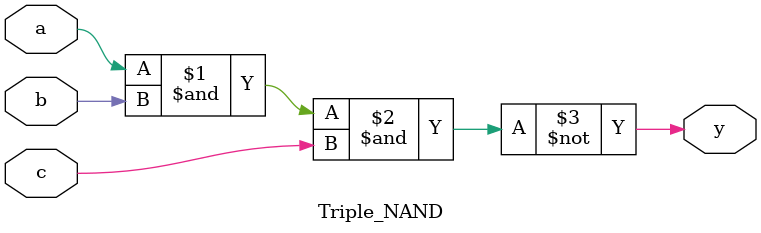
<source format=sv>
module Triple_NAND(
    input a, b, c,
    output y
);
    assign y = ~(a & b & c);  // 三输入扩展
endmodule


</source>
